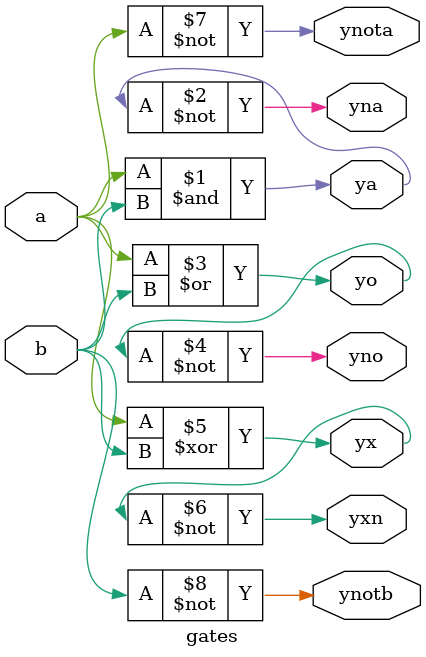
<source format=v>
module gates(a,b,ya,yna,yo,yno,yx,yxn,ynota,ynotb);
input a,b;
output ya,yna,yo,yno,yx,yxn,ynota,ynotb;

assign ya=a&b; //AND
assign yna=~ya; //NAND
assign yo=a|b; //OR
assign yno=~yo; //NOR
assign yx=a^b; //XOR
assign yxn=~yx; //XNOR
assign ynota=~a; //NOT of a
assign ynotb=~b; //NOT of b


endmodule

</source>
